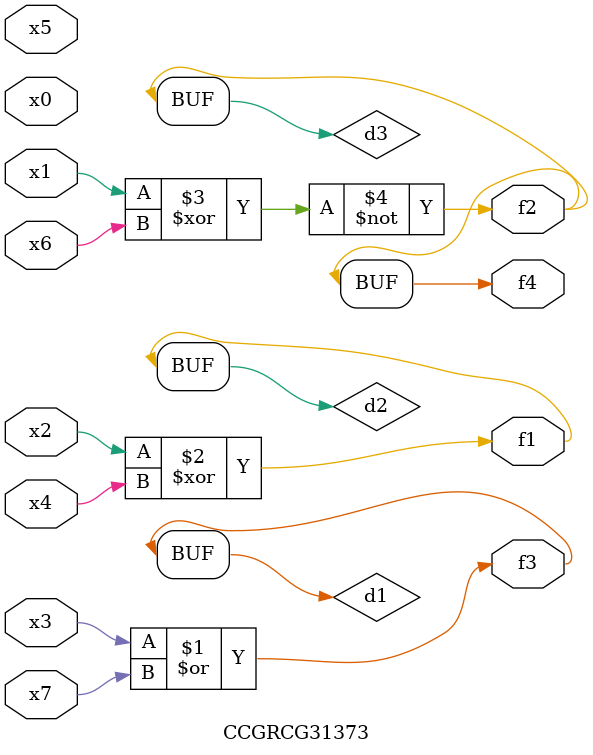
<source format=v>
module CCGRCG31373(
	input x0, x1, x2, x3, x4, x5, x6, x7,
	output f1, f2, f3, f4
);

	wire d1, d2, d3;

	or (d1, x3, x7);
	xor (d2, x2, x4);
	xnor (d3, x1, x6);
	assign f1 = d2;
	assign f2 = d3;
	assign f3 = d1;
	assign f4 = d3;
endmodule

</source>
